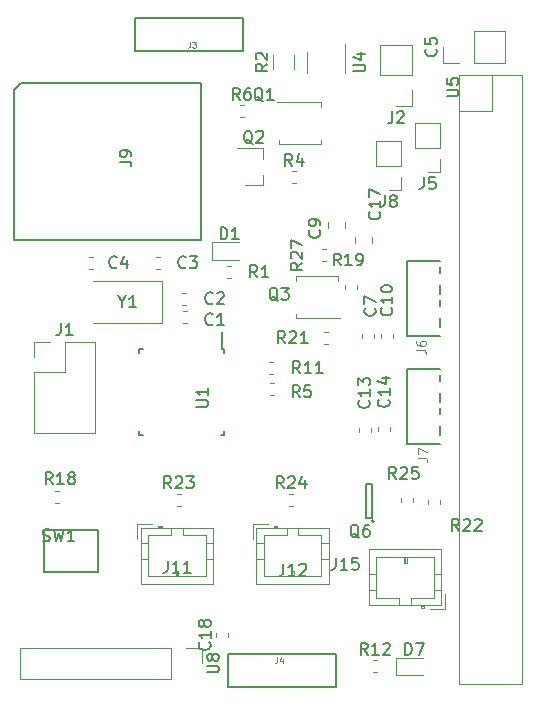
<source format=gbr>
G04 #@! TF.GenerationSoftware,KiCad,Pcbnew,(5.0.0)*
G04 #@! TF.CreationDate,2020-04-02T10:34:19-07:00*
G04 #@! TF.ProjectId,controlBoard_rev05a,636F6E74726F6C426F6172645F726576,rev?*
G04 #@! TF.SameCoordinates,Original*
G04 #@! TF.FileFunction,Legend,Top*
G04 #@! TF.FilePolarity,Positive*
%FSLAX46Y46*%
G04 Gerber Fmt 4.6, Leading zero omitted, Abs format (unit mm)*
G04 Created by KiCad (PCBNEW (5.0.0)) date 04/02/20 10:34:19*
%MOMM*%
%LPD*%
G01*
G04 APERTURE LIST*
%ADD10C,0.120000*%
%ADD11C,0.150000*%
%ADD12C,0.100000*%
G04 APERTURE END LIST*
D10*
G04 #@! TO.C,C5*
X42478000Y-4505000D02*
X42478000Y-1845000D01*
X39878000Y-4505000D02*
X42478000Y-4505000D01*
X39878000Y-1845000D02*
X42478000Y-1845000D01*
X39878000Y-4505000D02*
X39878000Y-1845000D01*
X38608000Y-4505000D02*
X37278000Y-4505000D01*
X37278000Y-4505000D02*
X37278000Y-3175000D01*
G04 #@! TO.C,J5*
X37001000Y-13760000D02*
X35941000Y-13760000D01*
X37001000Y-12700000D02*
X37001000Y-13760000D01*
X37001000Y-11700000D02*
X34881000Y-11700000D01*
X34881000Y-11700000D02*
X34881000Y-9640000D01*
X37001000Y-11700000D02*
X37001000Y-9640000D01*
X37001000Y-9640000D02*
X34881000Y-9640000D01*
G04 #@! TO.C,J8*
X33699000Y-11164000D02*
X31579000Y-11164000D01*
X33699000Y-13224000D02*
X33699000Y-11164000D01*
X31579000Y-13224000D02*
X31579000Y-11164000D01*
X33699000Y-13224000D02*
X31579000Y-13224000D01*
X33699000Y-14224000D02*
X33699000Y-15284000D01*
X33699000Y-15284000D02*
X32639000Y-15284000D01*
D11*
G04 #@! TO.C,J7*
X36957000Y-31496000D02*
X36957000Y-30988000D01*
X36957000Y-33274000D02*
X36957000Y-32512000D01*
X36957000Y-34290000D02*
X36957000Y-33782000D01*
X36957000Y-36068000D02*
X36957000Y-35306000D01*
X34163000Y-30480000D02*
X34163000Y-36830000D01*
X36957000Y-30480000D02*
X34163000Y-30480000D01*
X34163000Y-36830000D02*
X36957000Y-36830000D01*
G04 #@! TO.C,J6*
X34163000Y-27686000D02*
X36957000Y-27686000D01*
X36957000Y-21336000D02*
X34163000Y-21336000D01*
X34163000Y-21336000D02*
X34163000Y-27686000D01*
X36957000Y-26924000D02*
X36957000Y-26162000D01*
X36957000Y-25146000D02*
X36957000Y-24638000D01*
X36957000Y-24130000D02*
X36957000Y-23368000D01*
X36957000Y-22352000D02*
X36957000Y-21844000D01*
G04 #@! TO.C,J9*
X16764000Y-19558000D02*
X16764000Y-6223000D01*
X889000Y-19558000D02*
X16764000Y-19558000D01*
X889000Y-6858000D02*
X889000Y-19558000D01*
X1524000Y-6223000D02*
X889000Y-6858000D01*
X16764000Y-6223000D02*
X1524000Y-6223000D01*
D10*
G04 #@! TO.C,Q1*
X26916000Y-7882000D02*
X23146000Y-7882000D01*
X23376000Y-11422000D02*
X26916000Y-11422000D01*
X26916000Y-7882000D02*
X26916000Y-8252000D01*
X26916000Y-11422000D02*
X26916000Y-11052000D01*
X23376000Y-11422000D02*
X23376000Y-11052000D01*
G04 #@! TO.C,Q3*
X28313000Y-22614000D02*
X28313000Y-22984000D01*
X24773000Y-22614000D02*
X24773000Y-22984000D01*
X24773000Y-26154000D02*
X24773000Y-25784000D01*
X28313000Y-22614000D02*
X24773000Y-22614000D01*
X24773000Y-26154000D02*
X28543000Y-26154000D01*
G04 #@! TO.C,Q2*
X21969000Y-14915000D02*
X21969000Y-13985000D01*
X21969000Y-11755000D02*
X21969000Y-12685000D01*
X21969000Y-11755000D02*
X19809000Y-11755000D01*
X21969000Y-14915000D02*
X20509000Y-14915000D01*
G04 #@! TO.C,R6*
X20030221Y-8126000D02*
X20355779Y-8126000D01*
X20030221Y-9146000D02*
X20355779Y-9146000D01*
G04 #@! TO.C,C18*
X18032000Y-53121779D02*
X18032000Y-52796221D01*
X19052000Y-53121779D02*
X19052000Y-52796221D01*
G04 #@! TO.C,C9*
X28904000Y-18546578D02*
X28904000Y-18029422D01*
X27484000Y-18546578D02*
X27484000Y-18029422D01*
G04 #@! TO.C,C17*
X29770000Y-19816578D02*
X29770000Y-19299422D01*
X31190000Y-19816578D02*
X31190000Y-19299422D01*
G04 #@! TO.C,U8*
X1464000Y-54042000D02*
X1464000Y-56702000D01*
X14224000Y-54042000D02*
X1464000Y-54042000D01*
X14224000Y-56702000D02*
X1464000Y-56702000D01*
X14224000Y-54042000D02*
X14224000Y-56702000D01*
X15494000Y-54042000D02*
X16824000Y-54042000D01*
X16824000Y-54042000D02*
X16824000Y-55372000D01*
D12*
G04 #@! TO.C,U5*
X41402000Y-8636000D02*
X38608000Y-8636000D01*
X41402000Y-5588000D02*
X41402000Y-8636000D01*
X38608000Y-5588000D02*
X43942000Y-5588000D01*
X38608000Y-57150000D02*
X38608000Y-5588000D01*
X39116000Y-57150000D02*
X38608000Y-57150000D01*
X43942000Y-57150000D02*
X39116000Y-57150000D01*
X43942000Y-5588000D02*
X43942000Y-57150000D01*
D10*
G04 #@! TO.C,Y1*
X7587000Y-26565000D02*
X13487000Y-26565000D01*
X13487000Y-26565000D02*
X13487000Y-22965000D01*
X13487000Y-22965000D02*
X7587000Y-22965000D01*
G04 #@! TO.C,U4*
X25695000Y-3588000D02*
X25695000Y-5388000D01*
X28915000Y-5388000D02*
X28915000Y-2938000D01*
G04 #@! TO.C,R2*
X22839000Y-5050064D02*
X22839000Y-3845936D01*
X24659000Y-5050064D02*
X24659000Y-3845936D01*
D11*
G04 #@! TO.C,J4*
X28194000Y-57404000D02*
X28194000Y-54610000D01*
X28194000Y-54610000D02*
X19050000Y-54610000D01*
X19050000Y-54610000D02*
X19050000Y-57404000D01*
X19050000Y-57404000D02*
X28194000Y-57404000D01*
D10*
G04 #@! TO.C,C1*
X15229721Y-26545000D02*
X15555279Y-26545000D01*
X15229721Y-25525000D02*
X15555279Y-25525000D01*
G04 #@! TO.C,C14*
X32768000Y-35722779D02*
X32768000Y-35397221D01*
X31748000Y-35722779D02*
X31748000Y-35397221D01*
G04 #@! TO.C,C13*
X30091190Y-35748279D02*
X30091190Y-35422721D01*
X31111190Y-35748279D02*
X31111190Y-35422721D01*
G04 #@! TO.C,C10*
X33022000Y-27848779D02*
X33022000Y-27523221D01*
X32002000Y-27848779D02*
X32002000Y-27523221D01*
G04 #@! TO.C,C7*
X30351000Y-27848779D02*
X30351000Y-27523221D01*
X31371000Y-27848779D02*
X31371000Y-27523221D01*
G04 #@! TO.C,C4*
X7630279Y-20953000D02*
X7304721Y-20953000D01*
X7630279Y-21973000D02*
X7304721Y-21973000D01*
G04 #@! TO.C,C3*
X12943721Y-20953000D02*
X13269279Y-20953000D01*
X12943721Y-21973000D02*
X13269279Y-21973000D01*
G04 #@! TO.C,C2*
X15178721Y-25021000D02*
X15504279Y-25021000D01*
X15178721Y-24001000D02*
X15504279Y-24001000D01*
G04 #@! TO.C,J15*
X37412000Y-50751000D02*
X37412000Y-49501000D01*
X36162000Y-50751000D02*
X37412000Y-50751000D01*
X34052000Y-46341000D02*
X34052000Y-46841000D01*
X33952000Y-46841000D02*
X33952000Y-46341000D01*
X34152000Y-46841000D02*
X33952000Y-46841000D01*
X34152000Y-46341000D02*
X34152000Y-46841000D01*
X30992000Y-47841000D02*
X31602000Y-47841000D01*
X30992000Y-49141000D02*
X31602000Y-49141000D01*
X37112000Y-47841000D02*
X36502000Y-47841000D01*
X37112000Y-49141000D02*
X36502000Y-49141000D01*
X33552000Y-49841000D02*
X33552000Y-50451000D01*
X31602000Y-49841000D02*
X33552000Y-49841000D01*
X31602000Y-46341000D02*
X31602000Y-49841000D01*
X36502000Y-46341000D02*
X31602000Y-46341000D01*
X36502000Y-49841000D02*
X36502000Y-46341000D01*
X34552000Y-49841000D02*
X36502000Y-49841000D01*
X34552000Y-50451000D02*
X34552000Y-49841000D01*
X35352000Y-50551000D02*
X35652000Y-50551000D01*
X35652000Y-50651000D02*
X35652000Y-50451000D01*
X35352000Y-50651000D02*
X35652000Y-50651000D01*
X35352000Y-50451000D02*
X35352000Y-50651000D01*
X30992000Y-50451000D02*
X37112000Y-50451000D01*
X30992000Y-45731000D02*
X30992000Y-50451000D01*
X37112000Y-45731000D02*
X30992000Y-45731000D01*
X37112000Y-50451000D02*
X37112000Y-45731000D01*
G04 #@! TO.C,J12*
X21435000Y-43910000D02*
X21435000Y-48630000D01*
X21435000Y-48630000D02*
X27555000Y-48630000D01*
X27555000Y-48630000D02*
X27555000Y-43910000D01*
X27555000Y-43910000D02*
X21435000Y-43910000D01*
X23195000Y-43910000D02*
X23195000Y-43710000D01*
X23195000Y-43710000D02*
X22895000Y-43710000D01*
X22895000Y-43710000D02*
X22895000Y-43910000D01*
X23195000Y-43810000D02*
X22895000Y-43810000D01*
X23995000Y-43910000D02*
X23995000Y-44520000D01*
X23995000Y-44520000D02*
X22045000Y-44520000D01*
X22045000Y-44520000D02*
X22045000Y-48020000D01*
X22045000Y-48020000D02*
X26945000Y-48020000D01*
X26945000Y-48020000D02*
X26945000Y-44520000D01*
X26945000Y-44520000D02*
X24995000Y-44520000D01*
X24995000Y-44520000D02*
X24995000Y-43910000D01*
X21435000Y-45220000D02*
X22045000Y-45220000D01*
X21435000Y-46520000D02*
X22045000Y-46520000D01*
X27555000Y-45220000D02*
X26945000Y-45220000D01*
X27555000Y-46520000D02*
X26945000Y-46520000D01*
X24395000Y-48020000D02*
X24395000Y-47520000D01*
X24395000Y-47520000D02*
X24595000Y-47520000D01*
X24595000Y-47520000D02*
X24595000Y-48020000D01*
X24495000Y-48020000D02*
X24495000Y-47520000D01*
X22385000Y-43610000D02*
X21135000Y-43610000D01*
X21135000Y-43610000D02*
X21135000Y-44860000D01*
G04 #@! TO.C,J11*
X11656000Y-43910000D02*
X11656000Y-48630000D01*
X11656000Y-48630000D02*
X17776000Y-48630000D01*
X17776000Y-48630000D02*
X17776000Y-43910000D01*
X17776000Y-43910000D02*
X11656000Y-43910000D01*
X13416000Y-43910000D02*
X13416000Y-43710000D01*
X13416000Y-43710000D02*
X13116000Y-43710000D01*
X13116000Y-43710000D02*
X13116000Y-43910000D01*
X13416000Y-43810000D02*
X13116000Y-43810000D01*
X14216000Y-43910000D02*
X14216000Y-44520000D01*
X14216000Y-44520000D02*
X12266000Y-44520000D01*
X12266000Y-44520000D02*
X12266000Y-48020000D01*
X12266000Y-48020000D02*
X17166000Y-48020000D01*
X17166000Y-48020000D02*
X17166000Y-44520000D01*
X17166000Y-44520000D02*
X15216000Y-44520000D01*
X15216000Y-44520000D02*
X15216000Y-43910000D01*
X11656000Y-45220000D02*
X12266000Y-45220000D01*
X11656000Y-46520000D02*
X12266000Y-46520000D01*
X17776000Y-45220000D02*
X17166000Y-45220000D01*
X17776000Y-46520000D02*
X17166000Y-46520000D01*
X14616000Y-48020000D02*
X14616000Y-47520000D01*
X14616000Y-47520000D02*
X14816000Y-47520000D01*
X14816000Y-47520000D02*
X14816000Y-48020000D01*
X14716000Y-48020000D02*
X14716000Y-47520000D01*
X12606000Y-43610000D02*
X11356000Y-43610000D01*
X11356000Y-43610000D02*
X11356000Y-44860000D01*
G04 #@! TO.C,J2*
X34604000Y-2988000D02*
X31944000Y-2988000D01*
X34604000Y-5588000D02*
X34604000Y-2988000D01*
X31944000Y-5588000D02*
X31944000Y-2988000D01*
X34604000Y-5588000D02*
X31944000Y-5588000D01*
X34604000Y-6858000D02*
X34604000Y-8188000D01*
X34604000Y-8188000D02*
X33274000Y-8188000D01*
G04 #@! TO.C,J1*
X2607000Y-35874000D02*
X7807000Y-35874000D01*
X2607000Y-30734000D02*
X2607000Y-35874000D01*
X7807000Y-28134000D02*
X7807000Y-35874000D01*
X2607000Y-30734000D02*
X5207000Y-30734000D01*
X5207000Y-30734000D02*
X5207000Y-28134000D01*
X5207000Y-28134000D02*
X7807000Y-28134000D01*
X2607000Y-29464000D02*
X2607000Y-28134000D01*
X2607000Y-28134000D02*
X3937000Y-28134000D01*
G04 #@! TO.C,D1*
X19951500Y-19712000D02*
X17666500Y-19712000D01*
X17666500Y-19712000D02*
X17666500Y-21182000D01*
X17666500Y-21182000D02*
X19951500Y-21182000D01*
G04 #@! TO.C,D7*
X35572500Y-54891000D02*
X33287500Y-54891000D01*
X33287500Y-54891000D02*
X33287500Y-56361000D01*
X33287500Y-56361000D02*
X35572500Y-56361000D01*
D11*
G04 #@! TO.C,U1*
X18738000Y-28760000D02*
X18513000Y-28760000D01*
X18738000Y-36010000D02*
X18413000Y-36010000D01*
X11488000Y-36010000D02*
X11813000Y-36010000D01*
X11488000Y-28760000D02*
X11813000Y-28760000D01*
X18738000Y-28760000D02*
X18738000Y-29085000D01*
X11488000Y-28760000D02*
X11488000Y-29085000D01*
X11488000Y-36010000D02*
X11488000Y-35685000D01*
X18738000Y-36010000D02*
X18738000Y-35685000D01*
X18513000Y-28760000D02*
X18513000Y-27335000D01*
D10*
G04 #@! TO.C,R24*
X24221221Y-42039000D02*
X24546779Y-42039000D01*
X24221221Y-41019000D02*
X24546779Y-41019000D01*
G04 #@! TO.C,R18*
X4409221Y-40765000D02*
X4734779Y-40765000D01*
X4409221Y-41785000D02*
X4734779Y-41785000D01*
G04 #@! TO.C,R19*
X28954000Y-23332221D02*
X28954000Y-23657779D01*
X29974000Y-23332221D02*
X29974000Y-23657779D01*
G04 #@! TO.C,R21*
X27493279Y-27303000D02*
X27167721Y-27303000D01*
X27493279Y-28323000D02*
X27167721Y-28323000D01*
G04 #@! TO.C,R22*
X35939000Y-41844279D02*
X35939000Y-41518721D01*
X36959000Y-41844279D02*
X36959000Y-41518721D01*
G04 #@! TO.C,R25*
X33653000Y-41391721D02*
X33653000Y-41717279D01*
X34673000Y-41391721D02*
X34673000Y-41717279D01*
G04 #@! TO.C,R1*
X19314279Y-22735000D02*
X18988721Y-22735000D01*
X19314279Y-21715000D02*
X18988721Y-21715000D01*
G04 #@! TO.C,R11*
X22544721Y-30863000D02*
X22870279Y-30863000D01*
X22544721Y-29843000D02*
X22870279Y-29843000D01*
G04 #@! TO.C,R27*
X27015221Y-20318000D02*
X27340779Y-20318000D01*
X27015221Y-21338000D02*
X27340779Y-21338000D01*
G04 #@! TO.C,R5*
X22570221Y-31621000D02*
X22895779Y-31621000D01*
X22570221Y-32641000D02*
X22895779Y-32641000D01*
G04 #@! TO.C,R4*
X24475221Y-14734000D02*
X24800779Y-14734000D01*
X24475221Y-13714000D02*
X24800779Y-13714000D01*
G04 #@! TO.C,R23*
X14696221Y-41019000D02*
X15021779Y-41019000D01*
X14696221Y-42039000D02*
X15021779Y-42039000D01*
G04 #@! TO.C,R12*
X31333221Y-55116000D02*
X31658779Y-55116000D01*
X31333221Y-56136000D02*
X31658779Y-56136000D01*
D11*
G04 #@! TO.C,SW1*
X8001000Y-47625000D02*
X3429000Y-47625000D01*
X3429000Y-47625000D02*
X3429000Y-44069000D01*
X3429000Y-44069000D02*
X8001000Y-44069000D01*
X8001000Y-44069000D02*
X8001000Y-47625000D01*
G04 #@! TO.C,Q6*
X31388000Y-43356000D02*
G75*
G03X31388000Y-43356000I-100000J0D01*
G01*
X30738000Y-43106000D02*
X31238000Y-43106000D01*
X30738000Y-40206000D02*
X30738000Y-43106000D01*
X31238000Y-40206000D02*
X30738000Y-40206000D01*
X31238000Y-43106000D02*
X31238000Y-40206000D01*
G04 #@! TO.C,J3*
X11176000Y-730000D02*
X11176000Y-3524000D01*
X11176000Y-3524000D02*
X20320000Y-3524000D01*
X20320000Y-3524000D02*
X20320000Y-730000D01*
X20320000Y-730000D02*
X11176000Y-730000D01*
G04 #@! TO.C,C5*
X36635142Y-3341666D02*
X36682761Y-3389285D01*
X36730380Y-3532142D01*
X36730380Y-3627380D01*
X36682761Y-3770238D01*
X36587523Y-3865476D01*
X36492285Y-3913095D01*
X36301809Y-3960714D01*
X36158952Y-3960714D01*
X35968476Y-3913095D01*
X35873238Y-3865476D01*
X35778000Y-3770238D01*
X35730380Y-3627380D01*
X35730380Y-3532142D01*
X35778000Y-3389285D01*
X35825619Y-3341666D01*
X35730380Y-2436904D02*
X35730380Y-2913095D01*
X36206571Y-2960714D01*
X36158952Y-2913095D01*
X36111333Y-2817857D01*
X36111333Y-2579761D01*
X36158952Y-2484523D01*
X36206571Y-2436904D01*
X36301809Y-2389285D01*
X36539904Y-2389285D01*
X36635142Y-2436904D01*
X36682761Y-2484523D01*
X36730380Y-2579761D01*
X36730380Y-2817857D01*
X36682761Y-2913095D01*
X36635142Y-2960714D01*
G04 #@! TO.C,J5*
X35607666Y-14212380D02*
X35607666Y-14926666D01*
X35560047Y-15069523D01*
X35464809Y-15164761D01*
X35321952Y-15212380D01*
X35226714Y-15212380D01*
X36560047Y-14212380D02*
X36083857Y-14212380D01*
X36036238Y-14688571D01*
X36083857Y-14640952D01*
X36179095Y-14593333D01*
X36417190Y-14593333D01*
X36512428Y-14640952D01*
X36560047Y-14688571D01*
X36607666Y-14783809D01*
X36607666Y-15021904D01*
X36560047Y-15117142D01*
X36512428Y-15164761D01*
X36417190Y-15212380D01*
X36179095Y-15212380D01*
X36083857Y-15164761D01*
X36036238Y-15117142D01*
G04 #@! TO.C,J8*
X32305666Y-15736380D02*
X32305666Y-16450666D01*
X32258047Y-16593523D01*
X32162809Y-16688761D01*
X32019952Y-16736380D01*
X31924714Y-16736380D01*
X32924714Y-16164952D02*
X32829476Y-16117333D01*
X32781857Y-16069714D01*
X32734238Y-15974476D01*
X32734238Y-15926857D01*
X32781857Y-15831619D01*
X32829476Y-15784000D01*
X32924714Y-15736380D01*
X33115190Y-15736380D01*
X33210428Y-15784000D01*
X33258047Y-15831619D01*
X33305666Y-15926857D01*
X33305666Y-15974476D01*
X33258047Y-16069714D01*
X33210428Y-16117333D01*
X33115190Y-16164952D01*
X32924714Y-16164952D01*
X32829476Y-16212571D01*
X32781857Y-16260190D01*
X32734238Y-16355428D01*
X32734238Y-16545904D01*
X32781857Y-16641142D01*
X32829476Y-16688761D01*
X32924714Y-16736380D01*
X33115190Y-16736380D01*
X33210428Y-16688761D01*
X33258047Y-16641142D01*
X33305666Y-16545904D01*
X33305666Y-16355428D01*
X33258047Y-16260190D01*
X33210428Y-16212571D01*
X33115190Y-16164952D01*
G04 #@! TO.C,J7*
D12*
X35121904Y-37985666D02*
X35693333Y-37985666D01*
X35807619Y-38023761D01*
X35883809Y-38099952D01*
X35921904Y-38214238D01*
X35921904Y-38290428D01*
X35121904Y-37680904D02*
X35121904Y-37147571D01*
X35921904Y-37490428D01*
G04 #@! TO.C,J6*
X34994904Y-28841666D02*
X35566333Y-28841666D01*
X35680619Y-28879761D01*
X35756809Y-28955952D01*
X35794904Y-29070238D01*
X35794904Y-29146428D01*
X34994904Y-28117857D02*
X34994904Y-28270238D01*
X35033000Y-28346428D01*
X35071095Y-28384523D01*
X35185380Y-28460714D01*
X35337761Y-28498809D01*
X35642523Y-28498809D01*
X35718714Y-28460714D01*
X35756809Y-28422619D01*
X35794904Y-28346428D01*
X35794904Y-28194047D01*
X35756809Y-28117857D01*
X35718714Y-28079761D01*
X35642523Y-28041666D01*
X35452047Y-28041666D01*
X35375857Y-28079761D01*
X35337761Y-28117857D01*
X35299666Y-28194047D01*
X35299666Y-28346428D01*
X35337761Y-28422619D01*
X35375857Y-28460714D01*
X35452047Y-28498809D01*
G04 #@! TO.C,J9*
D11*
X9866380Y-12906333D02*
X10580666Y-12906333D01*
X10723523Y-12953952D01*
X10818761Y-13049190D01*
X10866380Y-13192047D01*
X10866380Y-13287285D01*
X10866380Y-12382523D02*
X10866380Y-12192047D01*
X10818761Y-12096809D01*
X10771142Y-12049190D01*
X10628285Y-11953952D01*
X10437809Y-11906333D01*
X10056857Y-11906333D01*
X9961619Y-11953952D01*
X9914000Y-12001571D01*
X9866380Y-12096809D01*
X9866380Y-12287285D01*
X9914000Y-12382523D01*
X9961619Y-12430142D01*
X10056857Y-12477761D01*
X10294952Y-12477761D01*
X10390190Y-12430142D01*
X10437809Y-12382523D01*
X10485428Y-12287285D01*
X10485428Y-12096809D01*
X10437809Y-12001571D01*
X10390190Y-11953952D01*
X10294952Y-11906333D01*
G04 #@! TO.C,Q1*
X22002761Y-7786619D02*
X21907523Y-7739000D01*
X21812285Y-7643761D01*
X21669428Y-7500904D01*
X21574190Y-7453285D01*
X21478952Y-7453285D01*
X21526571Y-7691380D02*
X21431333Y-7643761D01*
X21336095Y-7548523D01*
X21288476Y-7358047D01*
X21288476Y-7024714D01*
X21336095Y-6834238D01*
X21431333Y-6739000D01*
X21526571Y-6691380D01*
X21717047Y-6691380D01*
X21812285Y-6739000D01*
X21907523Y-6834238D01*
X21955142Y-7024714D01*
X21955142Y-7358047D01*
X21907523Y-7548523D01*
X21812285Y-7643761D01*
X21717047Y-7691380D01*
X21526571Y-7691380D01*
X22907523Y-7691380D02*
X22336095Y-7691380D01*
X22621809Y-7691380D02*
X22621809Y-6691380D01*
X22526571Y-6834238D01*
X22431333Y-6929476D01*
X22336095Y-6977095D01*
G04 #@! TO.C,Q3*
X23272761Y-24677619D02*
X23177523Y-24630000D01*
X23082285Y-24534761D01*
X22939428Y-24391904D01*
X22844190Y-24344285D01*
X22748952Y-24344285D01*
X22796571Y-24582380D02*
X22701333Y-24534761D01*
X22606095Y-24439523D01*
X22558476Y-24249047D01*
X22558476Y-23915714D01*
X22606095Y-23725238D01*
X22701333Y-23630000D01*
X22796571Y-23582380D01*
X22987047Y-23582380D01*
X23082285Y-23630000D01*
X23177523Y-23725238D01*
X23225142Y-23915714D01*
X23225142Y-24249047D01*
X23177523Y-24439523D01*
X23082285Y-24534761D01*
X22987047Y-24582380D01*
X22796571Y-24582380D01*
X23558476Y-23582380D02*
X24177523Y-23582380D01*
X23844190Y-23963333D01*
X23987047Y-23963333D01*
X24082285Y-24010952D01*
X24129904Y-24058571D01*
X24177523Y-24153809D01*
X24177523Y-24391904D01*
X24129904Y-24487142D01*
X24082285Y-24534761D01*
X23987047Y-24582380D01*
X23701333Y-24582380D01*
X23606095Y-24534761D01*
X23558476Y-24487142D01*
G04 #@! TO.C,Q2*
X21113761Y-11382619D02*
X21018523Y-11335000D01*
X20923285Y-11239761D01*
X20780428Y-11096904D01*
X20685190Y-11049285D01*
X20589952Y-11049285D01*
X20637571Y-11287380D02*
X20542333Y-11239761D01*
X20447095Y-11144523D01*
X20399476Y-10954047D01*
X20399476Y-10620714D01*
X20447095Y-10430238D01*
X20542333Y-10335000D01*
X20637571Y-10287380D01*
X20828047Y-10287380D01*
X20923285Y-10335000D01*
X21018523Y-10430238D01*
X21066142Y-10620714D01*
X21066142Y-10954047D01*
X21018523Y-11144523D01*
X20923285Y-11239761D01*
X20828047Y-11287380D01*
X20637571Y-11287380D01*
X21447095Y-10382619D02*
X21494714Y-10335000D01*
X21589952Y-10287380D01*
X21828047Y-10287380D01*
X21923285Y-10335000D01*
X21970904Y-10382619D01*
X22018523Y-10477857D01*
X22018523Y-10573095D01*
X21970904Y-10715952D01*
X21399476Y-11287380D01*
X22018523Y-11287380D01*
G04 #@! TO.C,R6*
X20026333Y-7658380D02*
X19693000Y-7182190D01*
X19454904Y-7658380D02*
X19454904Y-6658380D01*
X19835857Y-6658380D01*
X19931095Y-6706000D01*
X19978714Y-6753619D01*
X20026333Y-6848857D01*
X20026333Y-6991714D01*
X19978714Y-7086952D01*
X19931095Y-7134571D01*
X19835857Y-7182190D01*
X19454904Y-7182190D01*
X20883476Y-6658380D02*
X20693000Y-6658380D01*
X20597761Y-6706000D01*
X20550142Y-6753619D01*
X20454904Y-6896476D01*
X20407285Y-7086952D01*
X20407285Y-7467904D01*
X20454904Y-7563142D01*
X20502523Y-7610761D01*
X20597761Y-7658380D01*
X20788238Y-7658380D01*
X20883476Y-7610761D01*
X20931095Y-7563142D01*
X20978714Y-7467904D01*
X20978714Y-7229809D01*
X20931095Y-7134571D01*
X20883476Y-7086952D01*
X20788238Y-7039333D01*
X20597761Y-7039333D01*
X20502523Y-7086952D01*
X20454904Y-7134571D01*
X20407285Y-7229809D01*
G04 #@! TO.C,C18*
X17469142Y-53601857D02*
X17516761Y-53649476D01*
X17564380Y-53792333D01*
X17564380Y-53887571D01*
X17516761Y-54030428D01*
X17421523Y-54125666D01*
X17326285Y-54173285D01*
X17135809Y-54220904D01*
X16992952Y-54220904D01*
X16802476Y-54173285D01*
X16707238Y-54125666D01*
X16612000Y-54030428D01*
X16564380Y-53887571D01*
X16564380Y-53792333D01*
X16612000Y-53649476D01*
X16659619Y-53601857D01*
X17564380Y-52649476D02*
X17564380Y-53220904D01*
X17564380Y-52935190D02*
X16564380Y-52935190D01*
X16707238Y-53030428D01*
X16802476Y-53125666D01*
X16850095Y-53220904D01*
X16992952Y-52078047D02*
X16945333Y-52173285D01*
X16897714Y-52220904D01*
X16802476Y-52268523D01*
X16754857Y-52268523D01*
X16659619Y-52220904D01*
X16612000Y-52173285D01*
X16564380Y-52078047D01*
X16564380Y-51887571D01*
X16612000Y-51792333D01*
X16659619Y-51744714D01*
X16754857Y-51697095D01*
X16802476Y-51697095D01*
X16897714Y-51744714D01*
X16945333Y-51792333D01*
X16992952Y-51887571D01*
X16992952Y-52078047D01*
X17040571Y-52173285D01*
X17088190Y-52220904D01*
X17183428Y-52268523D01*
X17373904Y-52268523D01*
X17469142Y-52220904D01*
X17516761Y-52173285D01*
X17564380Y-52078047D01*
X17564380Y-51887571D01*
X17516761Y-51792333D01*
X17469142Y-51744714D01*
X17373904Y-51697095D01*
X17183428Y-51697095D01*
X17088190Y-51744714D01*
X17040571Y-51792333D01*
X16992952Y-51887571D01*
G04 #@! TO.C,C9*
X26773142Y-18708666D02*
X26820761Y-18756285D01*
X26868380Y-18899142D01*
X26868380Y-18994380D01*
X26820761Y-19137238D01*
X26725523Y-19232476D01*
X26630285Y-19280095D01*
X26439809Y-19327714D01*
X26296952Y-19327714D01*
X26106476Y-19280095D01*
X26011238Y-19232476D01*
X25916000Y-19137238D01*
X25868380Y-18994380D01*
X25868380Y-18899142D01*
X25916000Y-18756285D01*
X25963619Y-18708666D01*
X26868380Y-18232476D02*
X26868380Y-18042000D01*
X26820761Y-17946761D01*
X26773142Y-17899142D01*
X26630285Y-17803904D01*
X26439809Y-17756285D01*
X26058857Y-17756285D01*
X25963619Y-17803904D01*
X25916000Y-17851523D01*
X25868380Y-17946761D01*
X25868380Y-18137238D01*
X25916000Y-18232476D01*
X25963619Y-18280095D01*
X26058857Y-18327714D01*
X26296952Y-18327714D01*
X26392190Y-18280095D01*
X26439809Y-18232476D01*
X26487428Y-18137238D01*
X26487428Y-17946761D01*
X26439809Y-17851523D01*
X26392190Y-17803904D01*
X26296952Y-17756285D01*
G04 #@! TO.C,C17*
X31853142Y-17152857D02*
X31900761Y-17200476D01*
X31948380Y-17343333D01*
X31948380Y-17438571D01*
X31900761Y-17581428D01*
X31805523Y-17676666D01*
X31710285Y-17724285D01*
X31519809Y-17771904D01*
X31376952Y-17771904D01*
X31186476Y-17724285D01*
X31091238Y-17676666D01*
X30996000Y-17581428D01*
X30948380Y-17438571D01*
X30948380Y-17343333D01*
X30996000Y-17200476D01*
X31043619Y-17152857D01*
X31948380Y-16200476D02*
X31948380Y-16771904D01*
X31948380Y-16486190D02*
X30948380Y-16486190D01*
X31091238Y-16581428D01*
X31186476Y-16676666D01*
X31234095Y-16771904D01*
X30948380Y-15867142D02*
X30948380Y-15200476D01*
X31948380Y-15629047D01*
G04 #@! TO.C,U8*
X17276380Y-56133904D02*
X18085904Y-56133904D01*
X18181142Y-56086285D01*
X18228761Y-56038666D01*
X18276380Y-55943428D01*
X18276380Y-55752952D01*
X18228761Y-55657714D01*
X18181142Y-55610095D01*
X18085904Y-55562476D01*
X17276380Y-55562476D01*
X17704952Y-54943428D02*
X17657333Y-55038666D01*
X17609714Y-55086285D01*
X17514476Y-55133904D01*
X17466857Y-55133904D01*
X17371619Y-55086285D01*
X17324000Y-55038666D01*
X17276380Y-54943428D01*
X17276380Y-54752952D01*
X17324000Y-54657714D01*
X17371619Y-54610095D01*
X17466857Y-54562476D01*
X17514476Y-54562476D01*
X17609714Y-54610095D01*
X17657333Y-54657714D01*
X17704952Y-54752952D01*
X17704952Y-54943428D01*
X17752571Y-55038666D01*
X17800190Y-55086285D01*
X17895428Y-55133904D01*
X18085904Y-55133904D01*
X18181142Y-55086285D01*
X18228761Y-55038666D01*
X18276380Y-54943428D01*
X18276380Y-54752952D01*
X18228761Y-54657714D01*
X18181142Y-54610095D01*
X18085904Y-54562476D01*
X17895428Y-54562476D01*
X17800190Y-54610095D01*
X17752571Y-54657714D01*
X17704952Y-54752952D01*
G04 #@! TO.C,U5*
X37552380Y-7365904D02*
X38361904Y-7365904D01*
X38457142Y-7318285D01*
X38504761Y-7270666D01*
X38552380Y-7175428D01*
X38552380Y-6984952D01*
X38504761Y-6889714D01*
X38457142Y-6842095D01*
X38361904Y-6794476D01*
X37552380Y-6794476D01*
X37552380Y-5842095D02*
X37552380Y-6318285D01*
X38028571Y-6365904D01*
X37980952Y-6318285D01*
X37933333Y-6223047D01*
X37933333Y-5984952D01*
X37980952Y-5889714D01*
X38028571Y-5842095D01*
X38123809Y-5794476D01*
X38361904Y-5794476D01*
X38457142Y-5842095D01*
X38504761Y-5889714D01*
X38552380Y-5984952D01*
X38552380Y-6223047D01*
X38504761Y-6318285D01*
X38457142Y-6365904D01*
G04 #@! TO.C,Y1*
X10064809Y-24741190D02*
X10064809Y-25217380D01*
X9731476Y-24217380D02*
X10064809Y-24741190D01*
X10398142Y-24217380D01*
X11255285Y-25217380D02*
X10683857Y-25217380D01*
X10969571Y-25217380D02*
X10969571Y-24217380D01*
X10874333Y-24360238D01*
X10779095Y-24455476D01*
X10683857Y-24503095D01*
G04 #@! TO.C,U4*
X29657380Y-5249904D02*
X30466904Y-5249904D01*
X30562142Y-5202285D01*
X30609761Y-5154666D01*
X30657380Y-5059428D01*
X30657380Y-4868952D01*
X30609761Y-4773714D01*
X30562142Y-4726095D01*
X30466904Y-4678476D01*
X29657380Y-4678476D01*
X29990714Y-3773714D02*
X30657380Y-3773714D01*
X29609761Y-4011809D02*
X30324047Y-4249904D01*
X30324047Y-3630857D01*
G04 #@! TO.C,R2*
X22381380Y-4614666D02*
X21905190Y-4948000D01*
X22381380Y-5186095D02*
X21381380Y-5186095D01*
X21381380Y-4805142D01*
X21429000Y-4709904D01*
X21476619Y-4662285D01*
X21571857Y-4614666D01*
X21714714Y-4614666D01*
X21809952Y-4662285D01*
X21857571Y-4709904D01*
X21905190Y-4805142D01*
X21905190Y-5186095D01*
X21476619Y-4233714D02*
X21429000Y-4186095D01*
X21381380Y-4090857D01*
X21381380Y-3852761D01*
X21429000Y-3757523D01*
X21476619Y-3709904D01*
X21571857Y-3662285D01*
X21667095Y-3662285D01*
X21809952Y-3709904D01*
X22381380Y-4281333D01*
X22381380Y-3662285D01*
G04 #@! TO.C,J4*
D12*
X23201333Y-54844190D02*
X23201333Y-55201333D01*
X23177523Y-55272761D01*
X23129904Y-55320380D01*
X23058476Y-55344190D01*
X23010857Y-55344190D01*
X23653714Y-55010857D02*
X23653714Y-55344190D01*
X23534666Y-54820380D02*
X23415619Y-55177523D01*
X23725142Y-55177523D01*
G04 #@! TO.C,C1*
D11*
X17740333Y-26646142D02*
X17692714Y-26693761D01*
X17549857Y-26741380D01*
X17454619Y-26741380D01*
X17311761Y-26693761D01*
X17216523Y-26598523D01*
X17168904Y-26503285D01*
X17121285Y-26312809D01*
X17121285Y-26169952D01*
X17168904Y-25979476D01*
X17216523Y-25884238D01*
X17311761Y-25789000D01*
X17454619Y-25741380D01*
X17549857Y-25741380D01*
X17692714Y-25789000D01*
X17740333Y-25836619D01*
X18692714Y-26741380D02*
X18121285Y-26741380D01*
X18407000Y-26741380D02*
X18407000Y-25741380D01*
X18311761Y-25884238D01*
X18216523Y-25979476D01*
X18121285Y-26027095D01*
G04 #@! TO.C,C14*
X32620952Y-33039326D02*
X32668571Y-33086945D01*
X32716190Y-33229802D01*
X32716190Y-33325040D01*
X32668571Y-33467897D01*
X32573333Y-33563135D01*
X32478095Y-33610754D01*
X32287619Y-33658373D01*
X32144762Y-33658373D01*
X31954286Y-33610754D01*
X31859048Y-33563135D01*
X31763810Y-33467897D01*
X31716190Y-33325040D01*
X31716190Y-33229802D01*
X31763810Y-33086945D01*
X31811429Y-33039326D01*
X32716190Y-32086945D02*
X32716190Y-32658373D01*
X32716190Y-32372659D02*
X31716190Y-32372659D01*
X31859048Y-32467897D01*
X31954286Y-32563135D01*
X32001905Y-32658373D01*
X32049524Y-31229802D02*
X32716190Y-31229802D01*
X31668571Y-31467897D02*
X32382857Y-31705992D01*
X32382857Y-31086945D01*
G04 #@! TO.C,C13*
X30958332Y-33115826D02*
X31005951Y-33163445D01*
X31053570Y-33306302D01*
X31053570Y-33401540D01*
X31005951Y-33544397D01*
X30910713Y-33639635D01*
X30815475Y-33687254D01*
X30624999Y-33734873D01*
X30482142Y-33734873D01*
X30291666Y-33687254D01*
X30196428Y-33639635D01*
X30101190Y-33544397D01*
X30053570Y-33401540D01*
X30053570Y-33306302D01*
X30101190Y-33163445D01*
X30148809Y-33115826D01*
X31053570Y-32163445D02*
X31053570Y-32734873D01*
X31053570Y-32449159D02*
X30053570Y-32449159D01*
X30196428Y-32544397D01*
X30291666Y-32639635D01*
X30339285Y-32734873D01*
X30053570Y-31830111D02*
X30053570Y-31211064D01*
X30434523Y-31544397D01*
X30434523Y-31401540D01*
X30482142Y-31306302D01*
X30529761Y-31258683D01*
X30624999Y-31211064D01*
X30863094Y-31211064D01*
X30958332Y-31258683D01*
X31005951Y-31306302D01*
X31053570Y-31401540D01*
X31053570Y-31687254D01*
X31005951Y-31782492D01*
X30958332Y-31830111D01*
G04 #@! TO.C,C10*
X32869142Y-25280857D02*
X32916761Y-25328476D01*
X32964380Y-25471333D01*
X32964380Y-25566571D01*
X32916761Y-25709428D01*
X32821523Y-25804666D01*
X32726285Y-25852285D01*
X32535809Y-25899904D01*
X32392952Y-25899904D01*
X32202476Y-25852285D01*
X32107238Y-25804666D01*
X32012000Y-25709428D01*
X31964380Y-25566571D01*
X31964380Y-25471333D01*
X32012000Y-25328476D01*
X32059619Y-25280857D01*
X32964380Y-24328476D02*
X32964380Y-24899904D01*
X32964380Y-24614190D02*
X31964380Y-24614190D01*
X32107238Y-24709428D01*
X32202476Y-24804666D01*
X32250095Y-24899904D01*
X31964380Y-23709428D02*
X31964380Y-23614190D01*
X32012000Y-23518952D01*
X32059619Y-23471333D01*
X32154857Y-23423714D01*
X32345333Y-23376095D01*
X32583428Y-23376095D01*
X32773904Y-23423714D01*
X32869142Y-23471333D01*
X32916761Y-23518952D01*
X32964380Y-23614190D01*
X32964380Y-23709428D01*
X32916761Y-23804666D01*
X32869142Y-23852285D01*
X32773904Y-23899904D01*
X32583428Y-23947523D01*
X32345333Y-23947523D01*
X32154857Y-23899904D01*
X32059619Y-23852285D01*
X32012000Y-23804666D01*
X31964380Y-23709428D01*
G04 #@! TO.C,C7*
X31472142Y-25312666D02*
X31519761Y-25360285D01*
X31567380Y-25503142D01*
X31567380Y-25598380D01*
X31519761Y-25741238D01*
X31424523Y-25836476D01*
X31329285Y-25884095D01*
X31138809Y-25931714D01*
X30995952Y-25931714D01*
X30805476Y-25884095D01*
X30710238Y-25836476D01*
X30615000Y-25741238D01*
X30567380Y-25598380D01*
X30567380Y-25503142D01*
X30615000Y-25360285D01*
X30662619Y-25312666D01*
X30567380Y-24979333D02*
X30567380Y-24312666D01*
X31567380Y-24741238D01*
G04 #@! TO.C,C4*
X9612333Y-21820142D02*
X9564714Y-21867761D01*
X9421857Y-21915380D01*
X9326619Y-21915380D01*
X9183761Y-21867761D01*
X9088523Y-21772523D01*
X9040904Y-21677285D01*
X8993285Y-21486809D01*
X8993285Y-21343952D01*
X9040904Y-21153476D01*
X9088523Y-21058238D01*
X9183761Y-20963000D01*
X9326619Y-20915380D01*
X9421857Y-20915380D01*
X9564714Y-20963000D01*
X9612333Y-21010619D01*
X10469476Y-21248714D02*
X10469476Y-21915380D01*
X10231380Y-20867761D02*
X9993285Y-21582047D01*
X10612333Y-21582047D01*
G04 #@! TO.C,C3*
X15454333Y-21820142D02*
X15406714Y-21867761D01*
X15263857Y-21915380D01*
X15168619Y-21915380D01*
X15025761Y-21867761D01*
X14930523Y-21772523D01*
X14882904Y-21677285D01*
X14835285Y-21486809D01*
X14835285Y-21343952D01*
X14882904Y-21153476D01*
X14930523Y-21058238D01*
X15025761Y-20963000D01*
X15168619Y-20915380D01*
X15263857Y-20915380D01*
X15406714Y-20963000D01*
X15454333Y-21010619D01*
X15787666Y-20915380D02*
X16406714Y-20915380D01*
X16073380Y-21296333D01*
X16216238Y-21296333D01*
X16311476Y-21343952D01*
X16359095Y-21391571D01*
X16406714Y-21486809D01*
X16406714Y-21724904D01*
X16359095Y-21820142D01*
X16311476Y-21867761D01*
X16216238Y-21915380D01*
X15930523Y-21915380D01*
X15835285Y-21867761D01*
X15787666Y-21820142D01*
G04 #@! TO.C,C2*
X17740333Y-24868142D02*
X17692714Y-24915761D01*
X17549857Y-24963380D01*
X17454619Y-24963380D01*
X17311761Y-24915761D01*
X17216523Y-24820523D01*
X17168904Y-24725285D01*
X17121285Y-24534809D01*
X17121285Y-24391952D01*
X17168904Y-24201476D01*
X17216523Y-24106238D01*
X17311761Y-24011000D01*
X17454619Y-23963380D01*
X17549857Y-23963380D01*
X17692714Y-24011000D01*
X17740333Y-24058619D01*
X18121285Y-24058619D02*
X18168904Y-24011000D01*
X18264142Y-23963380D01*
X18502238Y-23963380D01*
X18597476Y-24011000D01*
X18645095Y-24058619D01*
X18692714Y-24153857D01*
X18692714Y-24249095D01*
X18645095Y-24391952D01*
X18073666Y-24963380D01*
X18692714Y-24963380D01*
G04 #@! TO.C,J15*
X28146476Y-46442380D02*
X28146476Y-47156666D01*
X28098857Y-47299523D01*
X28003619Y-47394761D01*
X27860761Y-47442380D01*
X27765523Y-47442380D01*
X29146476Y-47442380D02*
X28575047Y-47442380D01*
X28860761Y-47442380D02*
X28860761Y-46442380D01*
X28765523Y-46585238D01*
X28670285Y-46680476D01*
X28575047Y-46728095D01*
X30051238Y-46442380D02*
X29575047Y-46442380D01*
X29527428Y-46918571D01*
X29575047Y-46870952D01*
X29670285Y-46823333D01*
X29908380Y-46823333D01*
X30003619Y-46870952D01*
X30051238Y-46918571D01*
X30098857Y-47013809D01*
X30098857Y-47251904D01*
X30051238Y-47347142D01*
X30003619Y-47394761D01*
X29908380Y-47442380D01*
X29670285Y-47442380D01*
X29575047Y-47394761D01*
X29527428Y-47347142D01*
G04 #@! TO.C,J12*
X23701476Y-46950380D02*
X23701476Y-47664666D01*
X23653857Y-47807523D01*
X23558619Y-47902761D01*
X23415761Y-47950380D01*
X23320523Y-47950380D01*
X24701476Y-47950380D02*
X24130047Y-47950380D01*
X24415761Y-47950380D02*
X24415761Y-46950380D01*
X24320523Y-47093238D01*
X24225285Y-47188476D01*
X24130047Y-47236095D01*
X25082428Y-47045619D02*
X25130047Y-46998000D01*
X25225285Y-46950380D01*
X25463380Y-46950380D01*
X25558619Y-46998000D01*
X25606238Y-47045619D01*
X25653857Y-47140857D01*
X25653857Y-47236095D01*
X25606238Y-47378952D01*
X25034809Y-47950380D01*
X25653857Y-47950380D01*
G04 #@! TO.C,J11*
X13922476Y-46696380D02*
X13922476Y-47410666D01*
X13874857Y-47553523D01*
X13779619Y-47648761D01*
X13636761Y-47696380D01*
X13541523Y-47696380D01*
X14922476Y-47696380D02*
X14351047Y-47696380D01*
X14636761Y-47696380D02*
X14636761Y-46696380D01*
X14541523Y-46839238D01*
X14446285Y-46934476D01*
X14351047Y-46982095D01*
X15874857Y-47696380D02*
X15303428Y-47696380D01*
X15589142Y-47696380D02*
X15589142Y-46696380D01*
X15493904Y-46839238D01*
X15398666Y-46934476D01*
X15303428Y-46982095D01*
G04 #@! TO.C,J2*
X32940666Y-8640380D02*
X32940666Y-9354666D01*
X32893047Y-9497523D01*
X32797809Y-9592761D01*
X32654952Y-9640380D01*
X32559714Y-9640380D01*
X33369238Y-8735619D02*
X33416857Y-8688000D01*
X33512095Y-8640380D01*
X33750190Y-8640380D01*
X33845428Y-8688000D01*
X33893047Y-8735619D01*
X33940666Y-8830857D01*
X33940666Y-8926095D01*
X33893047Y-9068952D01*
X33321619Y-9640380D01*
X33940666Y-9640380D01*
G04 #@! TO.C,J1*
X4873666Y-26586380D02*
X4873666Y-27300666D01*
X4826047Y-27443523D01*
X4730809Y-27538761D01*
X4587952Y-27586380D01*
X4492714Y-27586380D01*
X5873666Y-27586380D02*
X5302238Y-27586380D01*
X5587952Y-27586380D02*
X5587952Y-26586380D01*
X5492714Y-26729238D01*
X5397476Y-26824476D01*
X5302238Y-26872095D01*
G04 #@! TO.C,D1*
X18413404Y-19469380D02*
X18413404Y-18469380D01*
X18651500Y-18469380D01*
X18794357Y-18517000D01*
X18889595Y-18612238D01*
X18937214Y-18707476D01*
X18984833Y-18897952D01*
X18984833Y-19040809D01*
X18937214Y-19231285D01*
X18889595Y-19326523D01*
X18794357Y-19421761D01*
X18651500Y-19469380D01*
X18413404Y-19469380D01*
X19937214Y-19469380D02*
X19365785Y-19469380D01*
X19651500Y-19469380D02*
X19651500Y-18469380D01*
X19556261Y-18612238D01*
X19461023Y-18707476D01*
X19365785Y-18755095D01*
G04 #@! TO.C,D7*
X34034404Y-54648380D02*
X34034404Y-53648380D01*
X34272500Y-53648380D01*
X34415357Y-53696000D01*
X34510595Y-53791238D01*
X34558214Y-53886476D01*
X34605833Y-54076952D01*
X34605833Y-54219809D01*
X34558214Y-54410285D01*
X34510595Y-54505523D01*
X34415357Y-54600761D01*
X34272500Y-54648380D01*
X34034404Y-54648380D01*
X34939166Y-53648380D02*
X35605833Y-53648380D01*
X35177261Y-54648380D01*
G04 #@! TO.C,U1*
X16343380Y-33654904D02*
X17152904Y-33654904D01*
X17248142Y-33607285D01*
X17295761Y-33559666D01*
X17343380Y-33464428D01*
X17343380Y-33273952D01*
X17295761Y-33178714D01*
X17248142Y-33131095D01*
X17152904Y-33083476D01*
X16343380Y-33083476D01*
X17343380Y-32083476D02*
X17343380Y-32654904D01*
X17343380Y-32369190D02*
X16343380Y-32369190D01*
X16486238Y-32464428D01*
X16581476Y-32559666D01*
X16629095Y-32654904D01*
G04 #@! TO.C,R24*
X23741142Y-40551380D02*
X23407809Y-40075190D01*
X23169714Y-40551380D02*
X23169714Y-39551380D01*
X23550666Y-39551380D01*
X23645904Y-39599000D01*
X23693523Y-39646619D01*
X23741142Y-39741857D01*
X23741142Y-39884714D01*
X23693523Y-39979952D01*
X23645904Y-40027571D01*
X23550666Y-40075190D01*
X23169714Y-40075190D01*
X24122095Y-39646619D02*
X24169714Y-39599000D01*
X24264952Y-39551380D01*
X24503047Y-39551380D01*
X24598285Y-39599000D01*
X24645904Y-39646619D01*
X24693523Y-39741857D01*
X24693523Y-39837095D01*
X24645904Y-39979952D01*
X24074476Y-40551380D01*
X24693523Y-40551380D01*
X25550666Y-39884714D02*
X25550666Y-40551380D01*
X25312571Y-39503761D02*
X25074476Y-40218047D01*
X25693523Y-40218047D01*
G04 #@! TO.C,R18*
X4183142Y-40203380D02*
X3849809Y-39727190D01*
X3611714Y-40203380D02*
X3611714Y-39203380D01*
X3992666Y-39203380D01*
X4087904Y-39251000D01*
X4135523Y-39298619D01*
X4183142Y-39393857D01*
X4183142Y-39536714D01*
X4135523Y-39631952D01*
X4087904Y-39679571D01*
X3992666Y-39727190D01*
X3611714Y-39727190D01*
X5135523Y-40203380D02*
X4564095Y-40203380D01*
X4849809Y-40203380D02*
X4849809Y-39203380D01*
X4754571Y-39346238D01*
X4659333Y-39441476D01*
X4564095Y-39489095D01*
X5706952Y-39631952D02*
X5611714Y-39584333D01*
X5564095Y-39536714D01*
X5516476Y-39441476D01*
X5516476Y-39393857D01*
X5564095Y-39298619D01*
X5611714Y-39251000D01*
X5706952Y-39203380D01*
X5897428Y-39203380D01*
X5992666Y-39251000D01*
X6040285Y-39298619D01*
X6087904Y-39393857D01*
X6087904Y-39441476D01*
X6040285Y-39536714D01*
X5992666Y-39584333D01*
X5897428Y-39631952D01*
X5706952Y-39631952D01*
X5611714Y-39679571D01*
X5564095Y-39727190D01*
X5516476Y-39822428D01*
X5516476Y-40012904D01*
X5564095Y-40108142D01*
X5611714Y-40155761D01*
X5706952Y-40203380D01*
X5897428Y-40203380D01*
X5992666Y-40155761D01*
X6040285Y-40108142D01*
X6087904Y-40012904D01*
X6087904Y-39822428D01*
X6040285Y-39727190D01*
X5992666Y-39679571D01*
X5897428Y-39631952D01*
G04 #@! TO.C,R19*
X28567142Y-21686880D02*
X28233809Y-21210690D01*
X27995714Y-21686880D02*
X27995714Y-20686880D01*
X28376666Y-20686880D01*
X28471904Y-20734500D01*
X28519523Y-20782119D01*
X28567142Y-20877357D01*
X28567142Y-21020214D01*
X28519523Y-21115452D01*
X28471904Y-21163071D01*
X28376666Y-21210690D01*
X27995714Y-21210690D01*
X29519523Y-21686880D02*
X28948095Y-21686880D01*
X29233809Y-21686880D02*
X29233809Y-20686880D01*
X29138571Y-20829738D01*
X29043333Y-20924976D01*
X28948095Y-20972595D01*
X29995714Y-21686880D02*
X30186190Y-21686880D01*
X30281428Y-21639261D01*
X30329047Y-21591642D01*
X30424285Y-21448785D01*
X30471904Y-21258309D01*
X30471904Y-20877357D01*
X30424285Y-20782119D01*
X30376666Y-20734500D01*
X30281428Y-20686880D01*
X30090952Y-20686880D01*
X29995714Y-20734500D01*
X29948095Y-20782119D01*
X29900476Y-20877357D01*
X29900476Y-21115452D01*
X29948095Y-21210690D01*
X29995714Y-21258309D01*
X30090952Y-21305928D01*
X30281428Y-21305928D01*
X30376666Y-21258309D01*
X30424285Y-21210690D01*
X30471904Y-21115452D01*
G04 #@! TO.C,R21*
X23868142Y-28265380D02*
X23534809Y-27789190D01*
X23296714Y-28265380D02*
X23296714Y-27265380D01*
X23677666Y-27265380D01*
X23772904Y-27313000D01*
X23820523Y-27360619D01*
X23868142Y-27455857D01*
X23868142Y-27598714D01*
X23820523Y-27693952D01*
X23772904Y-27741571D01*
X23677666Y-27789190D01*
X23296714Y-27789190D01*
X24249095Y-27360619D02*
X24296714Y-27313000D01*
X24391952Y-27265380D01*
X24630047Y-27265380D01*
X24725285Y-27313000D01*
X24772904Y-27360619D01*
X24820523Y-27455857D01*
X24820523Y-27551095D01*
X24772904Y-27693952D01*
X24201476Y-28265380D01*
X24820523Y-28265380D01*
X25772904Y-28265380D02*
X25201476Y-28265380D01*
X25487190Y-28265380D02*
X25487190Y-27265380D01*
X25391952Y-27408238D01*
X25296714Y-27503476D01*
X25201476Y-27551095D01*
G04 #@! TO.C,R22*
X38600142Y-44165880D02*
X38266809Y-43689690D01*
X38028714Y-44165880D02*
X38028714Y-43165880D01*
X38409666Y-43165880D01*
X38504904Y-43213500D01*
X38552523Y-43261119D01*
X38600142Y-43356357D01*
X38600142Y-43499214D01*
X38552523Y-43594452D01*
X38504904Y-43642071D01*
X38409666Y-43689690D01*
X38028714Y-43689690D01*
X38981095Y-43261119D02*
X39028714Y-43213500D01*
X39123952Y-43165880D01*
X39362047Y-43165880D01*
X39457285Y-43213500D01*
X39504904Y-43261119D01*
X39552523Y-43356357D01*
X39552523Y-43451595D01*
X39504904Y-43594452D01*
X38933476Y-44165880D01*
X39552523Y-44165880D01*
X39933476Y-43261119D02*
X39981095Y-43213500D01*
X40076333Y-43165880D01*
X40314428Y-43165880D01*
X40409666Y-43213500D01*
X40457285Y-43261119D01*
X40504904Y-43356357D01*
X40504904Y-43451595D01*
X40457285Y-43594452D01*
X39885857Y-44165880D01*
X40504904Y-44165880D01*
G04 #@! TO.C,R25*
X33266142Y-39746380D02*
X32932809Y-39270190D01*
X32694714Y-39746380D02*
X32694714Y-38746380D01*
X33075666Y-38746380D01*
X33170904Y-38794000D01*
X33218523Y-38841619D01*
X33266142Y-38936857D01*
X33266142Y-39079714D01*
X33218523Y-39174952D01*
X33170904Y-39222571D01*
X33075666Y-39270190D01*
X32694714Y-39270190D01*
X33647095Y-38841619D02*
X33694714Y-38794000D01*
X33789952Y-38746380D01*
X34028047Y-38746380D01*
X34123285Y-38794000D01*
X34170904Y-38841619D01*
X34218523Y-38936857D01*
X34218523Y-39032095D01*
X34170904Y-39174952D01*
X33599476Y-39746380D01*
X34218523Y-39746380D01*
X35123285Y-38746380D02*
X34647095Y-38746380D01*
X34599476Y-39222571D01*
X34647095Y-39174952D01*
X34742333Y-39127333D01*
X34980428Y-39127333D01*
X35075666Y-39174952D01*
X35123285Y-39222571D01*
X35170904Y-39317809D01*
X35170904Y-39555904D01*
X35123285Y-39651142D01*
X35075666Y-39698761D01*
X34980428Y-39746380D01*
X34742333Y-39746380D01*
X34647095Y-39698761D01*
X34599476Y-39651142D01*
G04 #@! TO.C,R1*
X21499333Y-22677380D02*
X21166000Y-22201190D01*
X20927904Y-22677380D02*
X20927904Y-21677380D01*
X21308857Y-21677380D01*
X21404095Y-21725000D01*
X21451714Y-21772619D01*
X21499333Y-21867857D01*
X21499333Y-22010714D01*
X21451714Y-22105952D01*
X21404095Y-22153571D01*
X21308857Y-22201190D01*
X20927904Y-22201190D01*
X22451714Y-22677380D02*
X21880285Y-22677380D01*
X22166000Y-22677380D02*
X22166000Y-21677380D01*
X22070761Y-21820238D01*
X21975523Y-21915476D01*
X21880285Y-21963095D01*
G04 #@! TO.C,R11*
X25138142Y-30805380D02*
X24804809Y-30329190D01*
X24566714Y-30805380D02*
X24566714Y-29805380D01*
X24947666Y-29805380D01*
X25042904Y-29853000D01*
X25090523Y-29900619D01*
X25138142Y-29995857D01*
X25138142Y-30138714D01*
X25090523Y-30233952D01*
X25042904Y-30281571D01*
X24947666Y-30329190D01*
X24566714Y-30329190D01*
X26090523Y-30805380D02*
X25519095Y-30805380D01*
X25804809Y-30805380D02*
X25804809Y-29805380D01*
X25709571Y-29948238D01*
X25614333Y-30043476D01*
X25519095Y-30091095D01*
X27042904Y-30805380D02*
X26471476Y-30805380D01*
X26757190Y-30805380D02*
X26757190Y-29805380D01*
X26661952Y-29948238D01*
X26566714Y-30043476D01*
X26471476Y-30091095D01*
G04 #@! TO.C,R27*
X25344380Y-21470857D02*
X24868190Y-21804190D01*
X25344380Y-22042285D02*
X24344380Y-22042285D01*
X24344380Y-21661333D01*
X24392000Y-21566095D01*
X24439619Y-21518476D01*
X24534857Y-21470857D01*
X24677714Y-21470857D01*
X24772952Y-21518476D01*
X24820571Y-21566095D01*
X24868190Y-21661333D01*
X24868190Y-22042285D01*
X24439619Y-21089904D02*
X24392000Y-21042285D01*
X24344380Y-20947047D01*
X24344380Y-20708952D01*
X24392000Y-20613714D01*
X24439619Y-20566095D01*
X24534857Y-20518476D01*
X24630095Y-20518476D01*
X24772952Y-20566095D01*
X25344380Y-21137523D01*
X25344380Y-20518476D01*
X24344380Y-20185142D02*
X24344380Y-19518476D01*
X25344380Y-19947047D01*
G04 #@! TO.C,R5*
X25106333Y-32837380D02*
X24773000Y-32361190D01*
X24534904Y-32837380D02*
X24534904Y-31837380D01*
X24915857Y-31837380D01*
X25011095Y-31885000D01*
X25058714Y-31932619D01*
X25106333Y-32027857D01*
X25106333Y-32170714D01*
X25058714Y-32265952D01*
X25011095Y-32313571D01*
X24915857Y-32361190D01*
X24534904Y-32361190D01*
X26011095Y-31837380D02*
X25534904Y-31837380D01*
X25487285Y-32313571D01*
X25534904Y-32265952D01*
X25630142Y-32218333D01*
X25868238Y-32218333D01*
X25963476Y-32265952D01*
X26011095Y-32313571D01*
X26058714Y-32408809D01*
X26058714Y-32646904D01*
X26011095Y-32742142D01*
X25963476Y-32789761D01*
X25868238Y-32837380D01*
X25630142Y-32837380D01*
X25534904Y-32789761D01*
X25487285Y-32742142D01*
G04 #@! TO.C,R4*
X24471333Y-13246380D02*
X24138000Y-12770190D01*
X23899904Y-13246380D02*
X23899904Y-12246380D01*
X24280857Y-12246380D01*
X24376095Y-12294000D01*
X24423714Y-12341619D01*
X24471333Y-12436857D01*
X24471333Y-12579714D01*
X24423714Y-12674952D01*
X24376095Y-12722571D01*
X24280857Y-12770190D01*
X23899904Y-12770190D01*
X25328476Y-12579714D02*
X25328476Y-13246380D01*
X25090380Y-12198761D02*
X24852285Y-12913047D01*
X25471333Y-12913047D01*
G04 #@! TO.C,R23*
X14216142Y-40551380D02*
X13882809Y-40075190D01*
X13644714Y-40551380D02*
X13644714Y-39551380D01*
X14025666Y-39551380D01*
X14120904Y-39599000D01*
X14168523Y-39646619D01*
X14216142Y-39741857D01*
X14216142Y-39884714D01*
X14168523Y-39979952D01*
X14120904Y-40027571D01*
X14025666Y-40075190D01*
X13644714Y-40075190D01*
X14597095Y-39646619D02*
X14644714Y-39599000D01*
X14739952Y-39551380D01*
X14978047Y-39551380D01*
X15073285Y-39599000D01*
X15120904Y-39646619D01*
X15168523Y-39741857D01*
X15168523Y-39837095D01*
X15120904Y-39979952D01*
X14549476Y-40551380D01*
X15168523Y-40551380D01*
X15501857Y-39551380D02*
X16120904Y-39551380D01*
X15787571Y-39932333D01*
X15930428Y-39932333D01*
X16025666Y-39979952D01*
X16073285Y-40027571D01*
X16120904Y-40122809D01*
X16120904Y-40360904D01*
X16073285Y-40456142D01*
X16025666Y-40503761D01*
X15930428Y-40551380D01*
X15644714Y-40551380D01*
X15549476Y-40503761D01*
X15501857Y-40456142D01*
G04 #@! TO.C,R12*
X30853142Y-54648380D02*
X30519809Y-54172190D01*
X30281714Y-54648380D02*
X30281714Y-53648380D01*
X30662666Y-53648380D01*
X30757904Y-53696000D01*
X30805523Y-53743619D01*
X30853142Y-53838857D01*
X30853142Y-53981714D01*
X30805523Y-54076952D01*
X30757904Y-54124571D01*
X30662666Y-54172190D01*
X30281714Y-54172190D01*
X31805523Y-54648380D02*
X31234095Y-54648380D01*
X31519809Y-54648380D02*
X31519809Y-53648380D01*
X31424571Y-53791238D01*
X31329333Y-53886476D01*
X31234095Y-53934095D01*
X32186476Y-53743619D02*
X32234095Y-53696000D01*
X32329333Y-53648380D01*
X32567428Y-53648380D01*
X32662666Y-53696000D01*
X32710285Y-53743619D01*
X32757904Y-53838857D01*
X32757904Y-53934095D01*
X32710285Y-54076952D01*
X32138857Y-54648380D01*
X32757904Y-54648380D01*
G04 #@! TO.C,SW1*
X3365666Y-44981761D02*
X3508523Y-45029380D01*
X3746619Y-45029380D01*
X3841857Y-44981761D01*
X3889476Y-44934142D01*
X3937095Y-44838904D01*
X3937095Y-44743666D01*
X3889476Y-44648428D01*
X3841857Y-44600809D01*
X3746619Y-44553190D01*
X3556142Y-44505571D01*
X3460904Y-44457952D01*
X3413285Y-44410333D01*
X3365666Y-44315095D01*
X3365666Y-44219857D01*
X3413285Y-44124619D01*
X3460904Y-44077000D01*
X3556142Y-44029380D01*
X3794238Y-44029380D01*
X3937095Y-44077000D01*
X4270428Y-44029380D02*
X4508523Y-45029380D01*
X4699000Y-44315095D01*
X4889476Y-45029380D01*
X5127571Y-44029380D01*
X6032333Y-45029380D02*
X5460904Y-45029380D01*
X5746619Y-45029380D02*
X5746619Y-44029380D01*
X5651380Y-44172238D01*
X5556142Y-44267476D01*
X5460904Y-44315095D01*
G04 #@! TO.C,Q6*
X30130761Y-44743619D02*
X30035523Y-44696000D01*
X29940285Y-44600761D01*
X29797428Y-44457904D01*
X29702190Y-44410285D01*
X29606952Y-44410285D01*
X29654571Y-44648380D02*
X29559333Y-44600761D01*
X29464095Y-44505523D01*
X29416476Y-44315047D01*
X29416476Y-43981714D01*
X29464095Y-43791238D01*
X29559333Y-43696000D01*
X29654571Y-43648380D01*
X29845047Y-43648380D01*
X29940285Y-43696000D01*
X30035523Y-43791238D01*
X30083142Y-43981714D01*
X30083142Y-44315047D01*
X30035523Y-44505523D01*
X29940285Y-44600761D01*
X29845047Y-44648380D01*
X29654571Y-44648380D01*
X30940285Y-43648380D02*
X30749809Y-43648380D01*
X30654571Y-43696000D01*
X30606952Y-43743619D01*
X30511714Y-43886476D01*
X30464095Y-44076952D01*
X30464095Y-44457904D01*
X30511714Y-44553142D01*
X30559333Y-44600761D01*
X30654571Y-44648380D01*
X30845047Y-44648380D01*
X30940285Y-44600761D01*
X30987904Y-44553142D01*
X31035523Y-44457904D01*
X31035523Y-44219809D01*
X30987904Y-44124571D01*
X30940285Y-44076952D01*
X30845047Y-44029333D01*
X30654571Y-44029333D01*
X30559333Y-44076952D01*
X30511714Y-44124571D01*
X30464095Y-44219809D01*
G04 #@! TO.C,J3*
D12*
X15835333Y-2742190D02*
X15835333Y-3099333D01*
X15811523Y-3170761D01*
X15763904Y-3218380D01*
X15692476Y-3242190D01*
X15644857Y-3242190D01*
X16025809Y-2742190D02*
X16335333Y-2742190D01*
X16168666Y-2932666D01*
X16240095Y-2932666D01*
X16287714Y-2956476D01*
X16311523Y-2980285D01*
X16335333Y-3027904D01*
X16335333Y-3146952D01*
X16311523Y-3194571D01*
X16287714Y-3218380D01*
X16240095Y-3242190D01*
X16097238Y-3242190D01*
X16049619Y-3218380D01*
X16025809Y-3194571D01*
G04 #@! TD*
M02*

</source>
